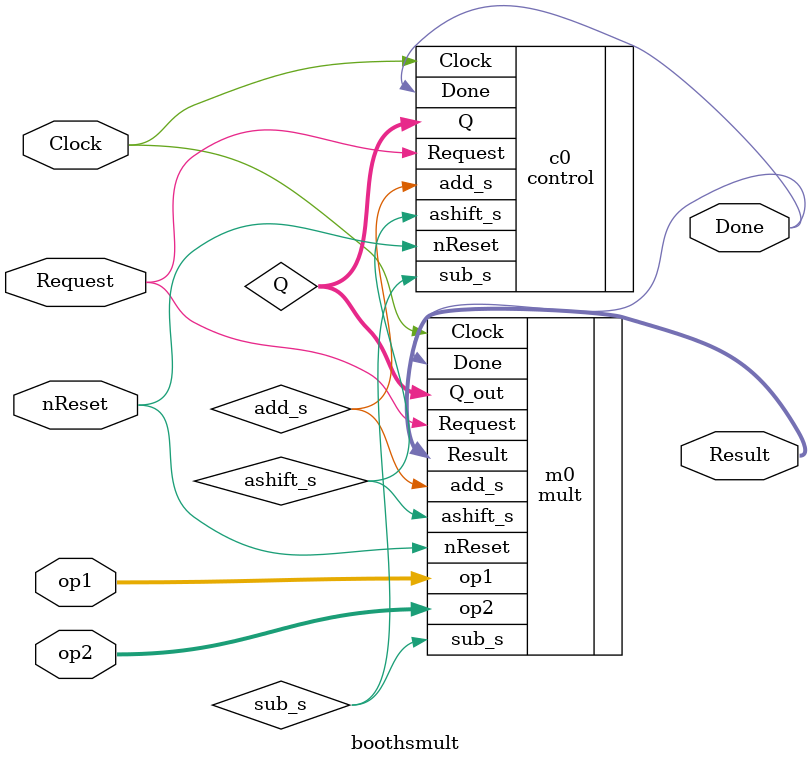
<source format=v>
`include "config.v"

module boothsmult #(parameter N_LEN = 8)(
	output [(2*N_LEN)-1:0] Result,
	output Done,
	input [N_LEN-1:0] op1, op2,
	input Request,
	input Clock, nReset
	);	

//control signals
wire add_s, sub_s, ashift_s;					
wire [2:0] Q;

//mult signalls

control #(.N_LEN(N_LEN)) c0 (.add_s(add_s), 
                            .sub_s(sub_s), 
                            .ashift_s(ashift_s), 
                            .Done(Done), 
                            .Request(Request), 
                            .Q(Q), 
                            .Clock(Clock), 
                            .nReset(nReset));

mult #(.N_LEN(N_LEN)) m0 (.Result(Result), 
                            .Q_out(Q), 
                            .Request(Request), 
                            .Done(Done), 
                            .op1(op1), 
                            .op2(op2), 
                            .add_s(add_s), 
                            .sub_s(sub_s), 
                            .ashift_s(ashift_s), 
                            .Clock(Clock), 
                            .nReset(nReset));

endmodule

</source>
